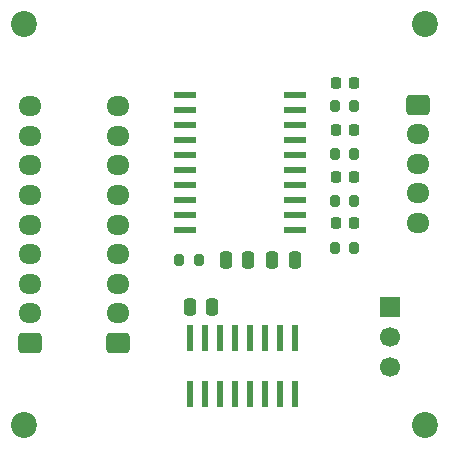
<source format=gts>
%TF.GenerationSoftware,KiCad,Pcbnew,9.0.2*%
%TF.CreationDate,2025-09-02T23:35:07-07:00*%
%TF.ProjectId,driver,64726976-6572-42e6-9b69-6361645f7063,rev?*%
%TF.SameCoordinates,Original*%
%TF.FileFunction,Soldermask,Top*%
%TF.FilePolarity,Negative*%
%FSLAX46Y46*%
G04 Gerber Fmt 4.6, Leading zero omitted, Abs format (unit mm)*
G04 Created by KiCad (PCBNEW 9.0.2) date 2025-09-02 23:35:07*
%MOMM*%
%LPD*%
G01*
G04 APERTURE LIST*
G04 Aperture macros list*
%AMRoundRect*
0 Rectangle with rounded corners*
0 $1 Rounding radius*
0 $2 $3 $4 $5 $6 $7 $8 $9 X,Y pos of 4 corners*
0 Add a 4 corners polygon primitive as box body*
4,1,4,$2,$3,$4,$5,$6,$7,$8,$9,$2,$3,0*
0 Add four circle primitives for the rounded corners*
1,1,$1+$1,$2,$3*
1,1,$1+$1,$4,$5*
1,1,$1+$1,$6,$7*
1,1,$1+$1,$8,$9*
0 Add four rect primitives between the rounded corners*
20,1,$1+$1,$2,$3,$4,$5,0*
20,1,$1+$1,$4,$5,$6,$7,0*
20,1,$1+$1,$6,$7,$8,$9,0*
20,1,$1+$1,$8,$9,$2,$3,0*%
G04 Aperture macros list end*
%ADD10R,0.558800X2.184400*%
%ADD11R,1.981200X0.558800*%
%ADD12RoundRect,0.250000X-0.250000X-0.475000X0.250000X-0.475000X0.250000X0.475000X-0.250000X0.475000X0*%
%ADD13RoundRect,0.200000X-0.200000X-0.275000X0.200000X-0.275000X0.200000X0.275000X-0.200000X0.275000X0*%
%ADD14RoundRect,0.218750X-0.218750X-0.256250X0.218750X-0.256250X0.218750X0.256250X-0.218750X0.256250X0*%
%ADD15RoundRect,0.250000X-0.725000X0.600000X-0.725000X-0.600000X0.725000X-0.600000X0.725000X0.600000X0*%
%ADD16O,1.950000X1.700000*%
%ADD17R,1.700000X1.700000*%
%ADD18C,1.700000*%
%ADD19C,2.200000*%
%ADD20RoundRect,0.250000X0.725000X-0.600000X0.725000X0.600000X-0.725000X0.600000X-0.725000X-0.600000X0*%
%ADD21RoundRect,0.250000X0.250000X0.475000X-0.250000X0.475000X-0.250000X-0.475000X0.250000X-0.475000X0*%
G04 APERTURE END LIST*
D10*
%TO.C,PISO1*%
X47110000Y-64362200D03*
X48380000Y-64362200D03*
X49650000Y-64362200D03*
X50920000Y-64362200D03*
X52190000Y-64362200D03*
X53460000Y-64362200D03*
X54730000Y-64362200D03*
X56000000Y-64362200D03*
X56000000Y-59637800D03*
X54730000Y-59637800D03*
X53460000Y-59637800D03*
X52190000Y-59637800D03*
X50920000Y-59637800D03*
X49650000Y-59637800D03*
X48380000Y-59637800D03*
X47110000Y-59637800D03*
%TD*%
D11*
%TO.C,Driver1*%
X56000000Y-50430000D03*
X56000000Y-49160000D03*
X56000000Y-47890000D03*
X56000000Y-46620000D03*
X56000000Y-45350000D03*
X56000000Y-44080000D03*
X56000000Y-42810000D03*
X56000000Y-41540000D03*
X56000000Y-40270000D03*
X56000000Y-39000000D03*
X46627400Y-39000000D03*
X46627400Y-40270000D03*
X46627400Y-41540000D03*
X46627400Y-42810000D03*
X46627400Y-44080000D03*
X46627400Y-45350000D03*
X46627400Y-46620000D03*
X46627400Y-47890000D03*
X46627400Y-49160000D03*
X46627400Y-50430000D03*
%TD*%
D12*
%TO.C,C3*%
X50100000Y-53000000D03*
X52000000Y-53000000D03*
%TD*%
D13*
%TO.C,R4*%
X59350000Y-52000000D03*
X61000000Y-52000000D03*
%TD*%
%TO.C,R3*%
X59350000Y-48000000D03*
X61000000Y-48000000D03*
%TD*%
D14*
%TO.C,D1*%
X59425000Y-38000000D03*
X61000000Y-38000000D03*
%TD*%
D15*
%TO.C,Motor1*%
X66398240Y-39849000D03*
D16*
X66398240Y-42349000D03*
X66398240Y-44849000D03*
X66398240Y-47349000D03*
X66398240Y-49849000D03*
%TD*%
D17*
%TO.C,Hall1*%
X64000000Y-57000000D03*
D18*
X64000000Y-59540000D03*
X64000000Y-62080000D03*
%TD*%
D12*
%TO.C,C2*%
X47050000Y-57000000D03*
X48950000Y-57000000D03*
%TD*%
D14*
%TO.C,D2*%
X59425000Y-42000000D03*
X61000000Y-42000000D03*
%TD*%
D19*
%TO.C,H4*%
X67000000Y-33000000D03*
%TD*%
%TO.C,H3*%
X67000000Y-67000000D03*
%TD*%
D14*
%TO.C,D3*%
X59425000Y-46000000D03*
X61000000Y-46000000D03*
%TD*%
D19*
%TO.C,H1*%
X33000000Y-67000000D03*
%TD*%
%TO.C,H2*%
X33000000Y-33000000D03*
%TD*%
D13*
%TO.C,R2*%
X59350000Y-44000000D03*
X61000000Y-44000000D03*
%TD*%
D20*
%TO.C,Peri1*%
X33500000Y-60000000D03*
D16*
X33500000Y-57500000D03*
X33500000Y-55000000D03*
X33500000Y-52500000D03*
X33500000Y-50000000D03*
X33500000Y-47500000D03*
X33500000Y-45000000D03*
X33500000Y-42500000D03*
X33500000Y-40000000D03*
%TD*%
D21*
%TO.C,C1*%
X55950000Y-53000000D03*
X54050000Y-53000000D03*
%TD*%
D14*
%TO.C,D4*%
X59425000Y-49849000D03*
X61000000Y-49849000D03*
%TD*%
D20*
%TO.C,Ctrl1*%
X41000000Y-60000000D03*
D16*
X41000000Y-57500000D03*
X41000000Y-55000000D03*
X41000000Y-52500000D03*
X41000000Y-50000000D03*
X41000000Y-47500000D03*
X41000000Y-45000000D03*
X41000000Y-42500000D03*
X41000000Y-40000000D03*
%TD*%
D13*
%TO.C,R5*%
X46175000Y-53000000D03*
X47825000Y-53000000D03*
%TD*%
%TO.C,R1*%
X59350000Y-40000000D03*
X61000000Y-40000000D03*
%TD*%
M02*

</source>
